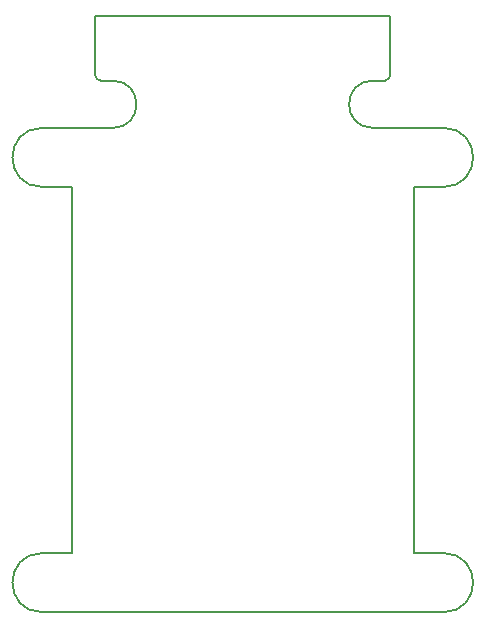
<source format=gbr>
G04 #@! TF.GenerationSoftware,KiCad,Pcbnew,(5.1.0-0)*
G04 #@! TF.CreationDate,2019-05-27T15:35:51-07:00*
G04 #@! TF.ProjectId,Nanopilot,4e616e6f-7069-46c6-9f74-2e6b69636164,rev?*
G04 #@! TF.SameCoordinates,Original*
G04 #@! TF.FileFunction,Profile,NP*
%FSLAX46Y46*%
G04 Gerber Fmt 4.6, Leading zero omitted, Abs format (unit mm)*
G04 Created by KiCad (PCBNEW (5.1.0-0)) date 2019-05-27 15:35:51*
%MOMM*%
%LPD*%
G04 APERTURE LIST*
%ADD10C,0.150000*%
G04 APERTURE END LIST*
D10*
X68250000Y-33000000D02*
G75*
G02X67750000Y-32500000I0J500000D01*
G01*
X92750000Y-32500000D02*
G75*
G02X92250000Y-33000000I-500000J0D01*
G01*
X63250000Y-42000000D02*
X65750000Y-42000000D01*
X63250000Y-37000000D02*
X66750000Y-37000000D01*
X63250000Y-42000000D02*
G75*
G02X63250000Y-37000000I0J2500000D01*
G01*
X97250000Y-42000000D02*
X94750000Y-42000000D01*
X97250000Y-37000000D02*
X93750000Y-37000000D01*
X97250000Y-37000000D02*
G75*
G02X97250000Y-42000000I0J-2500000D01*
G01*
X63250000Y-78000000D02*
X66750000Y-78000000D01*
X63250000Y-73000000D02*
X65750000Y-73000000D01*
X97250000Y-73000000D02*
X94750000Y-73000000D01*
X97250000Y-78000000D02*
X93750000Y-78000000D01*
X63250000Y-78000000D02*
G75*
G02X63250000Y-73000000I0J2500000D01*
G01*
X97250000Y-73000000D02*
G75*
G02X97250000Y-78000000I0J-2500000D01*
G01*
X67750000Y-32500000D02*
X67750000Y-27500000D01*
X69250000Y-37000000D02*
X66750000Y-37000000D01*
X69250000Y-33000000D02*
X68250000Y-33000000D01*
X69250000Y-33000000D02*
G75*
G02X69250000Y-37000000I0J-2000000D01*
G01*
X92750000Y-32500000D02*
X92750000Y-27500000D01*
X91250000Y-33000000D02*
X92250000Y-33000000D01*
X91250000Y-37000000D02*
X93750000Y-37000000D01*
X91250000Y-37000000D02*
G75*
G02X91250000Y-33000000I0J2000000D01*
G01*
X69750000Y-78000000D02*
X66750000Y-78000000D01*
X90750000Y-78000000D02*
X93750000Y-78000000D01*
X65750000Y-73000000D02*
X65750000Y-42000000D01*
X90750000Y-78000000D02*
X69750000Y-78000000D01*
X94750000Y-42000000D02*
X94750000Y-73000000D01*
X67750000Y-27500000D02*
X92750000Y-27500000D01*
M02*

</source>
